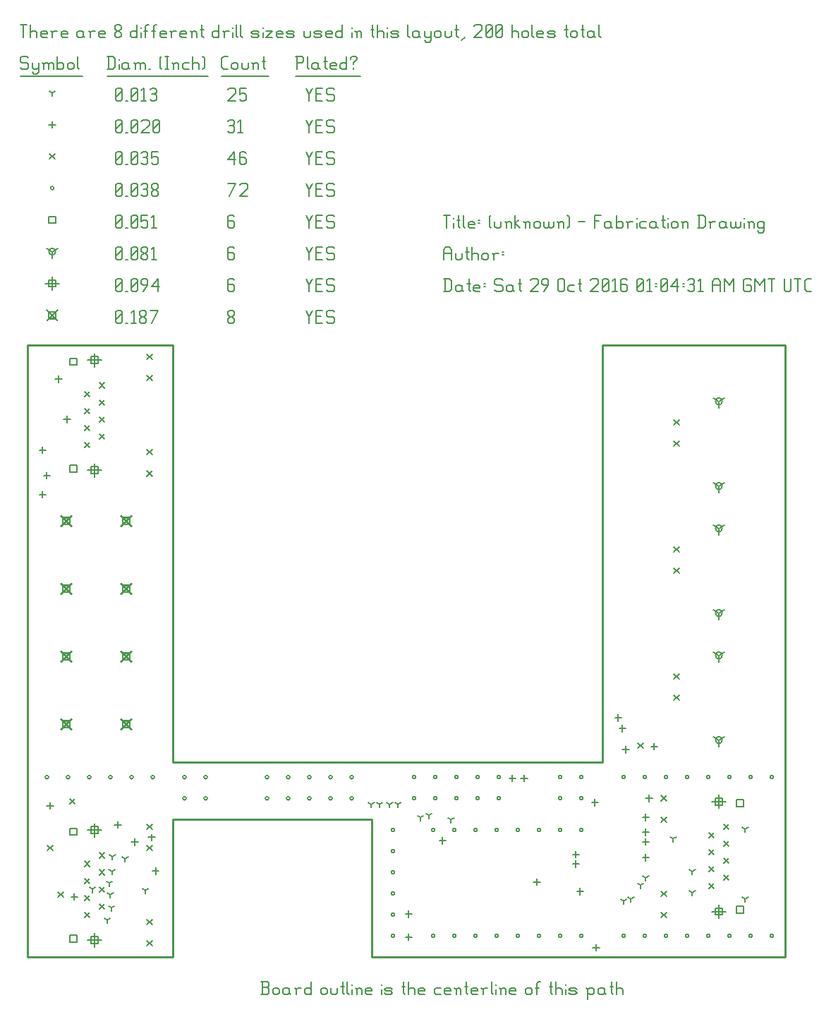
<source format=gbr>
G04 start of page 12 for group -3984 idx -3984 *
G04 Title: (unknown), fab *
G04 Creator: pcb 1.99z *
G04 CreationDate: Sat 29 Oct 2016 01:04:31 AM GMT UTC *
G04 For: commonadmin *
G04 Format: Gerber/RS-274X *
G04 PCB-Dimensions (mil): 4000.00 3000.00 *
G04 PCB-Coordinate-Origin: lower left *
%MOIN*%
%FSLAX25Y25*%
%LNFAB*%
%ADD113C,0.0100*%
%ADD112C,0.0075*%
%ADD111C,0.0060*%
%ADD110R,0.0080X0.0080*%
%ADD109C,0.0001*%
G54D109*G36*
X19254Y152997D02*X24619Y147631D01*
X24054Y147066D01*
X18688Y152431D01*
X19254Y152997D01*
G37*
G36*
X18688Y147631D02*X24054Y152997D01*
X24619Y152431D01*
X19254Y147066D01*
X18688Y147631D01*
G37*
G54D110*X20054Y151631D02*X23254D01*
X20054D02*Y148431D01*
X23254D01*
Y151631D02*Y148431D01*
G54D109*G36*
X47600Y152997D02*X52966Y147631D01*
X52400Y147066D01*
X47034Y152431D01*
X47600Y152997D01*
G37*
G36*
X47034Y147631D02*X52400Y152997D01*
X52966Y152431D01*
X47600Y147066D01*
X47034Y147631D01*
G37*
G54D110*X48400Y151631D02*X51600D01*
X48400D02*Y148431D01*
X51600D01*
Y151631D02*Y148431D01*
G54D109*G36*
X19254Y184997D02*X24619Y179631D01*
X24054Y179066D01*
X18688Y184431D01*
X19254Y184997D01*
G37*
G36*
X18688Y179631D02*X24054Y184997D01*
X24619Y184431D01*
X19254Y179066D01*
X18688Y179631D01*
G37*
G54D110*X20054Y183631D02*X23254D01*
X20054D02*Y180431D01*
X23254D01*
Y183631D02*Y180431D01*
G54D109*G36*
X47600Y184997D02*X52966Y179631D01*
X52400Y179066D01*
X47034Y184431D01*
X47600Y184997D01*
G37*
G36*
X47034Y179631D02*X52400Y184997D01*
X52966Y184431D01*
X47600Y179066D01*
X47034Y179631D01*
G37*
G54D110*X48400Y183631D02*X51600D01*
X48400D02*Y180431D01*
X51600D01*
Y183631D02*Y180431D01*
G54D109*G36*
X19254Y216997D02*X24619Y211631D01*
X24054Y211066D01*
X18688Y216431D01*
X19254Y216997D01*
G37*
G36*
X18688Y211631D02*X24054Y216997D01*
X24619Y216431D01*
X19254Y211066D01*
X18688Y211631D01*
G37*
G54D110*X20054Y215631D02*X23254D01*
X20054D02*Y212431D01*
X23254D01*
Y215631D02*Y212431D01*
G54D109*G36*
X47600Y216997D02*X52966Y211631D01*
X52400Y211066D01*
X47034Y216431D01*
X47600Y216997D01*
G37*
G36*
X47034Y211631D02*X52400Y216997D01*
X52966Y216431D01*
X47600Y211066D01*
X47034Y211631D01*
G37*
G54D110*X48400Y215631D02*X51600D01*
X48400D02*Y212431D01*
X51600D01*
Y215631D02*Y212431D01*
G54D109*G36*
X19254Y120997D02*X24619Y115631D01*
X24054Y115066D01*
X18688Y120431D01*
X19254Y120997D01*
G37*
G36*
X18688Y115631D02*X24054Y120997D01*
X24619Y120431D01*
X19254Y115066D01*
X18688Y115631D01*
G37*
G54D110*X20054Y119631D02*X23254D01*
X20054D02*Y116431D01*
X23254D01*
Y119631D02*Y116431D01*
G54D109*G36*
X47600Y120997D02*X52966Y115631D01*
X52400Y115066D01*
X47034Y120431D01*
X47600Y120997D01*
G37*
G36*
X47034Y115631D02*X52400Y120997D01*
X52966Y120431D01*
X47600Y115066D01*
X47034Y115631D01*
G37*
G54D110*X48400Y119631D02*X51600D01*
X48400D02*Y116431D01*
X51600D01*
Y119631D02*Y116431D01*
G54D109*G36*
X12600Y314216D02*X17966Y308850D01*
X17400Y308284D01*
X12034Y313650D01*
X12600Y314216D01*
G37*
G36*
X12034Y308850D02*X17400Y314216D01*
X17966Y313650D01*
X12600Y308284D01*
X12034Y308850D01*
G37*
G54D110*X13400Y312850D02*X16600D01*
X13400D02*Y309650D01*
X16600D01*
Y312850D02*Y309650D01*
G54D111*X135000Y313500D02*X136500Y310500D01*
X138000Y313500D01*
X136500Y310500D02*Y307500D01*
X139800Y310800D02*X142050D01*
X139800Y307500D02*X142800D01*
X139800Y313500D02*Y307500D01*
Y313500D02*X142800D01*
X147600D02*X148350Y312750D01*
X145350Y313500D02*X147600D01*
X144600Y312750D02*X145350Y313500D01*
X144600Y312750D02*Y311250D01*
X145350Y310500D01*
X147600D01*
X148350Y309750D01*
Y308250D01*
X147600Y307500D02*X148350Y308250D01*
X145350Y307500D02*X147600D01*
X144600Y308250D02*X145350Y307500D01*
X98000Y308250D02*X98750Y307500D01*
X98000Y309450D02*Y308250D01*
Y309450D02*X99050Y310500D01*
X99950D01*
X101000Y309450D01*
Y308250D01*
X100250Y307500D02*X101000Y308250D01*
X98750Y307500D02*X100250D01*
X98000Y311550D02*X99050Y310500D01*
X98000Y312750D02*Y311550D01*
Y312750D02*X98750Y313500D01*
X100250D01*
X101000Y312750D01*
Y311550D01*
X99950Y310500D02*X101000Y311550D01*
X45000Y308250D02*X45750Y307500D01*
X45000Y312750D02*Y308250D01*
Y312750D02*X45750Y313500D01*
X47250D01*
X48000Y312750D01*
Y308250D01*
X47250Y307500D02*X48000Y308250D01*
X45750Y307500D02*X47250D01*
X45000Y309000D02*X48000Y312000D01*
X49800Y307500D02*X50550D01*
X52350Y312300D02*X53550Y313500D01*
Y307500D01*
X52350D02*X54600D01*
X56400Y308250D02*X57150Y307500D01*
X56400Y309450D02*Y308250D01*
Y309450D02*X57450Y310500D01*
X58350D01*
X59400Y309450D01*
Y308250D01*
X58650Y307500D02*X59400Y308250D01*
X57150Y307500D02*X58650D01*
X56400Y311550D02*X57450Y310500D01*
X56400Y312750D02*Y311550D01*
Y312750D02*X57150Y313500D01*
X58650D01*
X59400Y312750D01*
Y311550D01*
X58350Y310500D02*X59400Y311550D01*
X61950Y307500D02*X64950Y313500D01*
X61200D02*X64950D01*
X35000Y293200D02*Y286800D01*
X31800Y290000D02*X38200D01*
X33400Y291600D02*X36600D01*
X33400D02*Y288400D01*
X36600D01*
Y291600D02*Y288400D01*
X35000Y241231D02*Y234831D01*
X31800Y238031D02*X38200D01*
X33400Y239631D02*X36600D01*
X33400D02*Y236431D01*
X36600D01*
Y239631D02*Y236431D01*
X330000Y32747D02*Y26347D01*
X326800Y29547D02*X333200D01*
X328400Y31147D02*X331600D01*
X328400D02*Y27947D01*
X331600D01*
Y31147D02*Y27947D01*
X330000Y84716D02*Y78316D01*
X326800Y81516D02*X333200D01*
X328400Y83116D02*X331600D01*
X328400D02*Y79916D01*
X331600D01*
Y83116D02*Y79916D01*
X35000Y71231D02*Y64831D01*
X31800Y68031D02*X38200D01*
X33400Y69631D02*X36600D01*
X33400D02*Y66431D01*
X36600D01*
Y69631D02*Y66431D01*
X35000Y19263D02*Y12863D01*
X31800Y16063D02*X38200D01*
X33400Y17663D02*X36600D01*
X33400D02*Y14463D01*
X36600D01*
Y17663D02*Y14463D01*
X15000Y329450D02*Y323050D01*
X11800Y326250D02*X18200D01*
X13400Y327850D02*X16600D01*
X13400D02*Y324650D01*
X16600D01*
Y327850D02*Y324650D01*
X135000Y328500D02*X136500Y325500D01*
X138000Y328500D01*
X136500Y325500D02*Y322500D01*
X139800Y325800D02*X142050D01*
X139800Y322500D02*X142800D01*
X139800Y328500D02*Y322500D01*
Y328500D02*X142800D01*
X147600D02*X148350Y327750D01*
X145350Y328500D02*X147600D01*
X144600Y327750D02*X145350Y328500D01*
X144600Y327750D02*Y326250D01*
X145350Y325500D01*
X147600D01*
X148350Y324750D01*
Y323250D01*
X147600Y322500D02*X148350Y323250D01*
X145350Y322500D02*X147600D01*
X144600Y323250D02*X145350Y322500D01*
X100250Y328500D02*X101000Y327750D01*
X98750Y328500D02*X100250D01*
X98000Y327750D02*X98750Y328500D01*
X98000Y327750D02*Y323250D01*
X98750Y322500D01*
X100250Y325800D02*X101000Y325050D01*
X98000Y325800D02*X100250D01*
X98750Y322500D02*X100250D01*
X101000Y323250D01*
Y325050D02*Y323250D01*
X45000D02*X45750Y322500D01*
X45000Y327750D02*Y323250D01*
Y327750D02*X45750Y328500D01*
X47250D01*
X48000Y327750D01*
Y323250D01*
X47250Y322500D02*X48000Y323250D01*
X45750Y322500D02*X47250D01*
X45000Y324000D02*X48000Y327000D01*
X49800Y322500D02*X50550D01*
X52350Y323250D02*X53100Y322500D01*
X52350Y327750D02*Y323250D01*
Y327750D02*X53100Y328500D01*
X54600D01*
X55350Y327750D01*
Y323250D01*
X54600Y322500D02*X55350Y323250D01*
X53100Y322500D02*X54600D01*
X52350Y324000D02*X55350Y327000D01*
X57900Y322500D02*X60150Y325500D01*
Y327750D02*Y325500D01*
X59400Y328500D02*X60150Y327750D01*
X57900Y328500D02*X59400D01*
X57150Y327750D02*X57900Y328500D01*
X57150Y327750D02*Y326250D01*
X57900Y325500D01*
X60150D01*
X61950Y324750D02*X64950Y328500D01*
X61950Y324750D02*X65700D01*
X64950Y328500D02*Y322500D01*
X330000Y270531D02*Y267331D01*
Y270531D02*X332773Y272131D01*
X330000Y270531D02*X327227Y272131D01*
X328400Y270531D02*G75*G03X331600Y270531I1600J0D01*G01*
G75*G03X328400Y270531I-1600J0D01*G01*
X330000Y230531D02*Y227331D01*
Y230531D02*X332773Y232131D01*
X330000Y230531D02*X327227Y232131D01*
X328400Y230531D02*G75*G03X331600Y230531I1600J0D01*G01*
G75*G03X328400Y230531I-1600J0D01*G01*
X330000Y210531D02*Y207331D01*
Y210531D02*X332773Y212131D01*
X330000Y210531D02*X327227Y212131D01*
X328400Y210531D02*G75*G03X331600Y210531I1600J0D01*G01*
G75*G03X328400Y210531I-1600J0D01*G01*
X330000Y170531D02*Y167331D01*
Y170531D02*X332773Y172131D01*
X330000Y170531D02*X327227Y172131D01*
X328400Y170531D02*G75*G03X331600Y170531I1600J0D01*G01*
G75*G03X328400Y170531I-1600J0D01*G01*
X330000Y150531D02*Y147331D01*
Y150531D02*X332773Y152131D01*
X330000Y150531D02*X327227Y152131D01*
X328400Y150531D02*G75*G03X331600Y150531I1600J0D01*G01*
G75*G03X328400Y150531I-1600J0D01*G01*
X330000Y110531D02*Y107331D01*
Y110531D02*X332773Y112131D01*
X330000Y110531D02*X327227Y112131D01*
X328400Y110531D02*G75*G03X331600Y110531I1600J0D01*G01*
G75*G03X328400Y110531I-1600J0D01*G01*
X15000Y341250D02*Y338050D01*
Y341250D02*X17773Y342850D01*
X15000Y341250D02*X12227Y342850D01*
X13400Y341250D02*G75*G03X16600Y341250I1600J0D01*G01*
G75*G03X13400Y341250I-1600J0D01*G01*
X135000Y343500D02*X136500Y340500D01*
X138000Y343500D01*
X136500Y340500D02*Y337500D01*
X139800Y340800D02*X142050D01*
X139800Y337500D02*X142800D01*
X139800Y343500D02*Y337500D01*
Y343500D02*X142800D01*
X147600D02*X148350Y342750D01*
X145350Y343500D02*X147600D01*
X144600Y342750D02*X145350Y343500D01*
X144600Y342750D02*Y341250D01*
X145350Y340500D01*
X147600D01*
X148350Y339750D01*
Y338250D01*
X147600Y337500D02*X148350Y338250D01*
X145350Y337500D02*X147600D01*
X144600Y338250D02*X145350Y337500D01*
X100250Y343500D02*X101000Y342750D01*
X98750Y343500D02*X100250D01*
X98000Y342750D02*X98750Y343500D01*
X98000Y342750D02*Y338250D01*
X98750Y337500D01*
X100250Y340800D02*X101000Y340050D01*
X98000Y340800D02*X100250D01*
X98750Y337500D02*X100250D01*
X101000Y338250D01*
Y340050D02*Y338250D01*
X45000D02*X45750Y337500D01*
X45000Y342750D02*Y338250D01*
Y342750D02*X45750Y343500D01*
X47250D01*
X48000Y342750D01*
Y338250D01*
X47250Y337500D02*X48000Y338250D01*
X45750Y337500D02*X47250D01*
X45000Y339000D02*X48000Y342000D01*
X49800Y337500D02*X50550D01*
X52350Y338250D02*X53100Y337500D01*
X52350Y342750D02*Y338250D01*
Y342750D02*X53100Y343500D01*
X54600D01*
X55350Y342750D01*
Y338250D01*
X54600Y337500D02*X55350Y338250D01*
X53100Y337500D02*X54600D01*
X52350Y339000D02*X55350Y342000D01*
X57150Y338250D02*X57900Y337500D01*
X57150Y339450D02*Y338250D01*
Y339450D02*X58200Y340500D01*
X59100D01*
X60150Y339450D01*
Y338250D01*
X59400Y337500D02*X60150Y338250D01*
X57900Y337500D02*X59400D01*
X57150Y341550D02*X58200Y340500D01*
X57150Y342750D02*Y341550D01*
Y342750D02*X57900Y343500D01*
X59400D01*
X60150Y342750D01*
Y341550D01*
X59100Y340500D02*X60150Y341550D01*
X61950Y342300D02*X63150Y343500D01*
Y337500D01*
X61950D02*X64200D01*
X23361Y240419D02*X26561D01*
X23361D02*Y237219D01*
X26561D01*
Y240419D02*Y237219D01*
X23361Y290813D02*X26561D01*
X23361D02*Y287613D01*
X26561D01*
Y290813D02*Y287613D01*
X338439Y82328D02*X341639D01*
X338439D02*Y79128D01*
X341639D01*
Y82328D02*Y79128D01*
X338439Y31935D02*X341639D01*
X338439D02*Y28735D01*
X341639D01*
Y31935D02*Y28735D01*
X23361Y18450D02*X26561D01*
X23361D02*Y15250D01*
X26561D01*
Y18450D02*Y15250D01*
X23361Y68844D02*X26561D01*
X23361D02*Y65644D01*
X26561D01*
Y68844D02*Y65644D01*
X13400Y357850D02*X16600D01*
X13400D02*Y354650D01*
X16600D01*
Y357850D02*Y354650D01*
X135000Y358500D02*X136500Y355500D01*
X138000Y358500D01*
X136500Y355500D02*Y352500D01*
X139800Y355800D02*X142050D01*
X139800Y352500D02*X142800D01*
X139800Y358500D02*Y352500D01*
Y358500D02*X142800D01*
X147600D02*X148350Y357750D01*
X145350Y358500D02*X147600D01*
X144600Y357750D02*X145350Y358500D01*
X144600Y357750D02*Y356250D01*
X145350Y355500D01*
X147600D01*
X148350Y354750D01*
Y353250D01*
X147600Y352500D02*X148350Y353250D01*
X145350Y352500D02*X147600D01*
X144600Y353250D02*X145350Y352500D01*
X100250Y358500D02*X101000Y357750D01*
X98750Y358500D02*X100250D01*
X98000Y357750D02*X98750Y358500D01*
X98000Y357750D02*Y353250D01*
X98750Y352500D01*
X100250Y355800D02*X101000Y355050D01*
X98000Y355800D02*X100250D01*
X98750Y352500D02*X100250D01*
X101000Y353250D01*
Y355050D02*Y353250D01*
X45000D02*X45750Y352500D01*
X45000Y357750D02*Y353250D01*
Y357750D02*X45750Y358500D01*
X47250D01*
X48000Y357750D01*
Y353250D01*
X47250Y352500D02*X48000Y353250D01*
X45750Y352500D02*X47250D01*
X45000Y354000D02*X48000Y357000D01*
X49800Y352500D02*X50550D01*
X52350Y353250D02*X53100Y352500D01*
X52350Y357750D02*Y353250D01*
Y357750D02*X53100Y358500D01*
X54600D01*
X55350Y357750D01*
Y353250D01*
X54600Y352500D02*X55350Y353250D01*
X53100Y352500D02*X54600D01*
X52350Y354000D02*X55350Y357000D01*
X57150Y358500D02*X60150D01*
X57150D02*Y355500D01*
X57900Y356250D01*
X59400D01*
X60150Y355500D01*
Y353250D01*
X59400Y352500D02*X60150Y353250D01*
X57900Y352500D02*X59400D01*
X57150Y353250D02*X57900Y352500D01*
X61950Y357300D02*X63150Y358500D01*
Y352500D01*
X61950D02*X64200D01*
X254200Y93031D02*G75*G03X255800Y93031I800J0D01*G01*
G75*G03X254200Y93031I-800J0D01*G01*
Y83031D02*G75*G03X255800Y83031I800J0D01*G01*
G75*G03X254200Y83031I-800J0D01*G01*
X264200D02*G75*G03X265800Y83031I800J0D01*G01*
G75*G03X264200Y83031I-800J0D01*G01*
Y93031D02*G75*G03X265800Y93031I800J0D01*G01*
G75*G03X264200Y93031I-800J0D01*G01*
X76700D02*G75*G03X78300Y93031I800J0D01*G01*
G75*G03X76700Y93031I-800J0D01*G01*
Y83031D02*G75*G03X78300Y83031I800J0D01*G01*
G75*G03X76700Y83031I-800J0D01*G01*
X86700D02*G75*G03X88300Y83031I800J0D01*G01*
G75*G03X86700Y83031I-800J0D01*G01*
Y93031D02*G75*G03X88300Y93031I800J0D01*G01*
G75*G03X86700Y93031I-800J0D01*G01*
X11700D02*G75*G03X13300Y93031I800J0D01*G01*
G75*G03X11700Y93031I-800J0D01*G01*
X21700D02*G75*G03X23300Y93031I800J0D01*G01*
G75*G03X21700Y93031I-800J0D01*G01*
X31700D02*G75*G03X33300Y93031I800J0D01*G01*
G75*G03X31700Y93031I-800J0D01*G01*
X41700D02*G75*G03X43300Y93031I800J0D01*G01*
G75*G03X41700Y93031I-800J0D01*G01*
X51700D02*G75*G03X53300Y93031I800J0D01*G01*
G75*G03X51700Y93031I-800J0D01*G01*
X61700D02*G75*G03X63300Y93031I800J0D01*G01*
G75*G03X61700Y93031I-800J0D01*G01*
X185200Y83031D02*G75*G03X186800Y83031I800J0D01*G01*
G75*G03X185200Y83031I-800J0D01*G01*
Y93031D02*G75*G03X186800Y93031I800J0D01*G01*
G75*G03X185200Y93031I-800J0D01*G01*
X195200Y83031D02*G75*G03X196800Y83031I800J0D01*G01*
G75*G03X195200Y83031I-800J0D01*G01*
Y93031D02*G75*G03X196800Y93031I800J0D01*G01*
G75*G03X195200Y93031I-800J0D01*G01*
X205200Y83031D02*G75*G03X206800Y83031I800J0D01*G01*
G75*G03X205200Y83031I-800J0D01*G01*
Y93031D02*G75*G03X206800Y93031I800J0D01*G01*
G75*G03X205200Y93031I-800J0D01*G01*
X215200Y83031D02*G75*G03X216800Y83031I800J0D01*G01*
G75*G03X215200Y83031I-800J0D01*G01*
Y93031D02*G75*G03X216800Y93031I800J0D01*G01*
G75*G03X215200Y93031I-800J0D01*G01*
X225200Y83031D02*G75*G03X226800Y83031I800J0D01*G01*
G75*G03X225200Y83031I-800J0D01*G01*
Y93031D02*G75*G03X226800Y93031I800J0D01*G01*
G75*G03X225200Y93031I-800J0D01*G01*
X115700Y83031D02*G75*G03X117300Y83031I800J0D01*G01*
G75*G03X115700Y83031I-800J0D01*G01*
Y93031D02*G75*G03X117300Y93031I800J0D01*G01*
G75*G03X115700Y93031I-800J0D01*G01*
X125700Y83031D02*G75*G03X127300Y83031I800J0D01*G01*
G75*G03X125700Y83031I-800J0D01*G01*
Y93031D02*G75*G03X127300Y93031I800J0D01*G01*
G75*G03X125700Y93031I-800J0D01*G01*
X135700Y83031D02*G75*G03X137300Y83031I800J0D01*G01*
G75*G03X135700Y83031I-800J0D01*G01*
Y93031D02*G75*G03X137300Y93031I800J0D01*G01*
G75*G03X135700Y93031I-800J0D01*G01*
X145700Y83031D02*G75*G03X147300Y83031I800J0D01*G01*
G75*G03X145700Y83031I-800J0D01*G01*
Y93031D02*G75*G03X147300Y93031I800J0D01*G01*
G75*G03X145700Y93031I-800J0D01*G01*
X155700Y83031D02*G75*G03X157300Y83031I800J0D01*G01*
G75*G03X155700Y83031I-800J0D01*G01*
Y93031D02*G75*G03X157300Y93031I800J0D01*G01*
G75*G03X155700Y93031I-800J0D01*G01*
X354200Y18031D02*G75*G03X355800Y18031I800J0D01*G01*
G75*G03X354200Y18031I-800J0D01*G01*
X344200D02*G75*G03X345800Y18031I800J0D01*G01*
G75*G03X344200Y18031I-800J0D01*G01*
X334200D02*G75*G03X335800Y18031I800J0D01*G01*
G75*G03X334200Y18031I-800J0D01*G01*
X324200D02*G75*G03X325800Y18031I800J0D01*G01*
G75*G03X324200Y18031I-800J0D01*G01*
X314200D02*G75*G03X315800Y18031I800J0D01*G01*
G75*G03X314200Y18031I-800J0D01*G01*
X304200D02*G75*G03X305800Y18031I800J0D01*G01*
G75*G03X304200Y18031I-800J0D01*G01*
X294200D02*G75*G03X295800Y18031I800J0D01*G01*
G75*G03X294200Y18031I-800J0D01*G01*
X284200D02*G75*G03X285800Y18031I800J0D01*G01*
G75*G03X284200Y18031I-800J0D01*G01*
X354200Y93031D02*G75*G03X355800Y93031I800J0D01*G01*
G75*G03X354200Y93031I-800J0D01*G01*
X344200D02*G75*G03X345800Y93031I800J0D01*G01*
G75*G03X344200Y93031I-800J0D01*G01*
X334200D02*G75*G03X335800Y93031I800J0D01*G01*
G75*G03X334200Y93031I-800J0D01*G01*
X324200D02*G75*G03X325800Y93031I800J0D01*G01*
G75*G03X324200Y93031I-800J0D01*G01*
X314200D02*G75*G03X315800Y93031I800J0D01*G01*
G75*G03X314200Y93031I-800J0D01*G01*
X304200D02*G75*G03X305800Y93031I800J0D01*G01*
G75*G03X304200Y93031I-800J0D01*G01*
X294200D02*G75*G03X295800Y93031I800J0D01*G01*
G75*G03X294200Y93031I-800J0D01*G01*
X284200D02*G75*G03X285800Y93031I800J0D01*G01*
G75*G03X284200Y93031I-800J0D01*G01*
X264200Y18031D02*G75*G03X265800Y18031I800J0D01*G01*
G75*G03X264200Y18031I-800J0D01*G01*
X254200D02*G75*G03X255800Y18031I800J0D01*G01*
G75*G03X254200Y18031I-800J0D01*G01*
X244200D02*G75*G03X245800Y18031I800J0D01*G01*
G75*G03X244200Y18031I-800J0D01*G01*
X234200D02*G75*G03X235800Y18031I800J0D01*G01*
G75*G03X234200Y18031I-800J0D01*G01*
X224200D02*G75*G03X225800Y18031I800J0D01*G01*
G75*G03X224200Y18031I-800J0D01*G01*
X214200D02*G75*G03X215800Y18031I800J0D01*G01*
G75*G03X214200Y18031I-800J0D01*G01*
X204200D02*G75*G03X205800Y18031I800J0D01*G01*
G75*G03X204200Y18031I-800J0D01*G01*
X194200D02*G75*G03X195800Y18031I800J0D01*G01*
G75*G03X194200Y18031I-800J0D01*G01*
X264200Y68031D02*G75*G03X265800Y68031I800J0D01*G01*
G75*G03X264200Y68031I-800J0D01*G01*
X254200D02*G75*G03X255800Y68031I800J0D01*G01*
G75*G03X254200Y68031I-800J0D01*G01*
X244200D02*G75*G03X245800Y68031I800J0D01*G01*
G75*G03X244200Y68031I-800J0D01*G01*
X234200D02*G75*G03X235800Y68031I800J0D01*G01*
G75*G03X234200Y68031I-800J0D01*G01*
X224200D02*G75*G03X225800Y68031I800J0D01*G01*
G75*G03X224200Y68031I-800J0D01*G01*
X214200D02*G75*G03X215800Y68031I800J0D01*G01*
G75*G03X214200Y68031I-800J0D01*G01*
X204200D02*G75*G03X205800Y68031I800J0D01*G01*
G75*G03X204200Y68031I-800J0D01*G01*
X194200D02*G75*G03X195800Y68031I800J0D01*G01*
G75*G03X194200Y68031I-800J0D01*G01*
X175200D02*G75*G03X176800Y68031I800J0D01*G01*
G75*G03X175200Y68031I-800J0D01*G01*
Y58031D02*G75*G03X176800Y58031I800J0D01*G01*
G75*G03X175200Y58031I-800J0D01*G01*
Y48031D02*G75*G03X176800Y48031I800J0D01*G01*
G75*G03X175200Y48031I-800J0D01*G01*
Y38031D02*G75*G03X176800Y38031I800J0D01*G01*
G75*G03X175200Y38031I-800J0D01*G01*
Y28031D02*G75*G03X176800Y28031I800J0D01*G01*
G75*G03X175200Y28031I-800J0D01*G01*
Y18031D02*G75*G03X176800Y18031I800J0D01*G01*
G75*G03X175200Y18031I-800J0D01*G01*
X14200Y371250D02*G75*G03X15800Y371250I800J0D01*G01*
G75*G03X14200Y371250I-800J0D01*G01*
X135000Y373500D02*X136500Y370500D01*
X138000Y373500D01*
X136500Y370500D02*Y367500D01*
X139800Y370800D02*X142050D01*
X139800Y367500D02*X142800D01*
X139800Y373500D02*Y367500D01*
Y373500D02*X142800D01*
X147600D02*X148350Y372750D01*
X145350Y373500D02*X147600D01*
X144600Y372750D02*X145350Y373500D01*
X144600Y372750D02*Y371250D01*
X145350Y370500D01*
X147600D01*
X148350Y369750D01*
Y368250D01*
X147600Y367500D02*X148350Y368250D01*
X145350Y367500D02*X147600D01*
X144600Y368250D02*X145350Y367500D01*
X98750D02*X101750Y373500D01*
X98000D02*X101750D01*
X103550Y372750D02*X104300Y373500D01*
X106550D01*
X107300Y372750D01*
Y371250D01*
X103550Y367500D02*X107300Y371250D01*
X103550Y367500D02*X107300D01*
X45000Y368250D02*X45750Y367500D01*
X45000Y372750D02*Y368250D01*
Y372750D02*X45750Y373500D01*
X47250D01*
X48000Y372750D01*
Y368250D01*
X47250Y367500D02*X48000Y368250D01*
X45750Y367500D02*X47250D01*
X45000Y369000D02*X48000Y372000D01*
X49800Y367500D02*X50550D01*
X52350Y368250D02*X53100Y367500D01*
X52350Y372750D02*Y368250D01*
Y372750D02*X53100Y373500D01*
X54600D01*
X55350Y372750D01*
Y368250D01*
X54600Y367500D02*X55350Y368250D01*
X53100Y367500D02*X54600D01*
X52350Y369000D02*X55350Y372000D01*
X57150Y372750D02*X57900Y373500D01*
X59400D01*
X60150Y372750D01*
X59400Y367500D02*X60150Y368250D01*
X57900Y367500D02*X59400D01*
X57150Y368250D02*X57900Y367500D01*
Y370800D02*X59400D01*
X60150Y372750D02*Y371550D01*
Y370050D02*Y368250D01*
Y370050D02*X59400Y370800D01*
X60150Y371550D02*X59400Y370800D01*
X61950Y368250D02*X62700Y367500D01*
X61950Y369450D02*Y368250D01*
Y369450D02*X63000Y370500D01*
X63900D01*
X64950Y369450D01*
Y368250D01*
X64200Y367500D02*X64950Y368250D01*
X62700Y367500D02*X64200D01*
X61950Y371550D02*X63000Y370500D01*
X61950Y372750D02*Y371550D01*
Y372750D02*X62700Y373500D01*
X64200D01*
X64950Y372750D01*
Y371550D01*
X63900Y370500D02*X64950Y371550D01*
X308800Y251731D02*X311200Y249331D01*
X308800D02*X311200Y251731D01*
X308800Y261731D02*X311200Y259331D01*
X308800D02*X311200Y261731D01*
X308800Y191731D02*X311200Y189331D01*
X308800D02*X311200Y191731D01*
X308800Y201731D02*X311200Y199331D01*
X308800D02*X311200Y201731D01*
X308800Y131731D02*X311200Y129331D01*
X308800D02*X311200Y131731D01*
X308800Y141731D02*X311200Y139331D01*
X308800D02*X311200Y141731D01*
X12800Y60731D02*X15200Y58331D01*
X12800D02*X15200Y60731D01*
X17800Y38731D02*X20200Y36331D01*
X17800D02*X20200Y38731D01*
X23300Y82731D02*X25700Y80331D01*
X23300D02*X25700Y82731D01*
X291800Y109231D02*X294200Y106831D01*
X291800D02*X294200Y109231D01*
X59784Y282735D02*X62184Y280335D01*
X59784D02*X62184Y282735D01*
X59784Y247696D02*X62184Y245296D01*
X59784D02*X62184Y247696D01*
X59784Y292775D02*X62184Y290375D01*
X59784D02*X62184Y292775D01*
X59784Y237657D02*X62184Y235257D01*
X59784D02*X62184Y237657D01*
X37343Y279271D02*X39743Y276871D01*
X37343D02*X39743Y279271D01*
X37343Y271239D02*X39743Y268839D01*
X37343D02*X39743Y271239D01*
X37343Y255176D02*X39743Y252776D01*
X37343D02*X39743Y255176D01*
X37343Y263208D02*X39743Y260808D01*
X37343D02*X39743Y263208D01*
X30257Y251161D02*X32657Y248761D01*
X30257D02*X32657Y251161D01*
X30257Y259192D02*X32657Y256792D01*
X30257D02*X32657Y259192D01*
X30257Y275255D02*X32657Y272855D01*
X30257D02*X32657Y275255D01*
X30257Y267224D02*X32657Y264824D01*
X30257D02*X32657Y267224D01*
X302816Y39212D02*X305216Y36812D01*
X302816D02*X305216Y39212D01*
X302816Y74251D02*X305216Y71851D01*
X302816D02*X305216Y74251D01*
X302816Y29172D02*X305216Y26772D01*
X302816D02*X305216Y29172D01*
X302816Y84291D02*X305216Y81891D01*
X302816D02*X305216Y84291D01*
X325257Y42676D02*X327657Y40276D01*
X325257D02*X327657Y42676D01*
X325257Y50708D02*X327657Y48308D01*
X325257D02*X327657Y50708D01*
X325257Y66771D02*X327657Y64371D01*
X325257D02*X327657Y66771D01*
X325257Y58739D02*X327657Y56339D01*
X325257D02*X327657Y58739D01*
X332343Y70787D02*X334743Y68387D01*
X332343D02*X334743Y70787D01*
X332343Y62755D02*X334743Y60355D01*
X332343D02*X334743Y62755D01*
X332343Y46692D02*X334743Y44292D01*
X332343D02*X334743Y46692D01*
X332343Y54724D02*X334743Y52324D01*
X332343D02*X334743Y54724D01*
X59784Y60767D02*X62184Y58367D01*
X59784D02*X62184Y60767D01*
X59784Y25728D02*X62184Y23328D01*
X59784D02*X62184Y25728D01*
X59784Y70806D02*X62184Y68406D01*
X59784D02*X62184Y70806D01*
X59784Y15688D02*X62184Y13288D01*
X59784D02*X62184Y15688D01*
X37343Y57302D02*X39743Y54902D01*
X37343D02*X39743Y57302D01*
X37343Y49271D02*X39743Y46871D01*
X37343D02*X39743Y49271D01*
X37343Y33208D02*X39743Y30808D01*
X37343D02*X39743Y33208D01*
X37343Y41239D02*X39743Y38839D01*
X37343D02*X39743Y41239D01*
X30257Y29192D02*X32657Y26792D01*
X30257D02*X32657Y29192D01*
X30257Y37224D02*X32657Y34824D01*
X30257D02*X32657Y37224D01*
X30257Y53287D02*X32657Y50887D01*
X30257D02*X32657Y53287D01*
X30257Y45255D02*X32657Y42855D01*
X30257D02*X32657Y45255D01*
X13800Y387450D02*X16200Y385050D01*
X13800D02*X16200Y387450D01*
X135000Y388500D02*X136500Y385500D01*
X138000Y388500D01*
X136500Y385500D02*Y382500D01*
X139800Y385800D02*X142050D01*
X139800Y382500D02*X142800D01*
X139800Y388500D02*Y382500D01*
Y388500D02*X142800D01*
X147600D02*X148350Y387750D01*
X145350Y388500D02*X147600D01*
X144600Y387750D02*X145350Y388500D01*
X144600Y387750D02*Y386250D01*
X145350Y385500D01*
X147600D01*
X148350Y384750D01*
Y383250D01*
X147600Y382500D02*X148350Y383250D01*
X145350Y382500D02*X147600D01*
X144600Y383250D02*X145350Y382500D01*
X98000Y384750D02*X101000Y388500D01*
X98000Y384750D02*X101750D01*
X101000Y388500D02*Y382500D01*
X105800Y388500D02*X106550Y387750D01*
X104300Y388500D02*X105800D01*
X103550Y387750D02*X104300Y388500D01*
X103550Y387750D02*Y383250D01*
X104300Y382500D01*
X105800Y385800D02*X106550Y385050D01*
X103550Y385800D02*X105800D01*
X104300Y382500D02*X105800D01*
X106550Y383250D01*
Y385050D02*Y383250D01*
X45000D02*X45750Y382500D01*
X45000Y387750D02*Y383250D01*
Y387750D02*X45750Y388500D01*
X47250D01*
X48000Y387750D01*
Y383250D01*
X47250Y382500D02*X48000Y383250D01*
X45750Y382500D02*X47250D01*
X45000Y384000D02*X48000Y387000D01*
X49800Y382500D02*X50550D01*
X52350Y383250D02*X53100Y382500D01*
X52350Y387750D02*Y383250D01*
Y387750D02*X53100Y388500D01*
X54600D01*
X55350Y387750D01*
Y383250D01*
X54600Y382500D02*X55350Y383250D01*
X53100Y382500D02*X54600D01*
X52350Y384000D02*X55350Y387000D01*
X57150Y387750D02*X57900Y388500D01*
X59400D01*
X60150Y387750D01*
X59400Y382500D02*X60150Y383250D01*
X57900Y382500D02*X59400D01*
X57150Y383250D02*X57900Y382500D01*
Y385800D02*X59400D01*
X60150Y387750D02*Y386550D01*
Y385050D02*Y383250D01*
Y385050D02*X59400Y385800D01*
X60150Y386550D02*X59400Y385800D01*
X61950Y388500D02*X64950D01*
X61950D02*Y385500D01*
X62700Y386250D01*
X64200D01*
X64950Y385500D01*
Y383250D01*
X64200Y382500D02*X64950Y383250D01*
X62700Y382500D02*X64200D01*
X61950Y383250D02*X62700Y382500D01*
X25500Y38131D02*Y34931D01*
X23900Y36531D02*X27100D01*
X22000Y263631D02*Y260431D01*
X20400Y262031D02*X23600D01*
X10500Y228131D02*Y224931D01*
X8900Y226531D02*X12100D01*
X12500Y237131D02*Y233931D01*
X10900Y235531D02*X14100D01*
X10500Y249131D02*Y245931D01*
X8900Y247531D02*X12100D01*
X14000Y81131D02*Y77931D01*
X12400Y79531D02*X15600D01*
X46000Y72131D02*Y68931D01*
X44400Y70531D02*X47600D01*
X54000Y64046D02*Y60846D01*
X52400Y62446D02*X55600D01*
X18000Y282631D02*Y279431D01*
X16400Y281031D02*X19600D01*
X62100Y66231D02*Y63031D01*
X60500Y64631D02*X63700D01*
X63900Y50431D02*Y47231D01*
X62300Y48831D02*X65500D01*
X183500Y30046D02*Y26846D01*
X181900Y28446D02*X185100D01*
X272000Y14131D02*Y10931D01*
X270400Y12531D02*X273600D01*
X183500Y19131D02*Y15931D01*
X181900Y17531D02*X185100D01*
X297000Y84631D02*Y81431D01*
X295400Y83031D02*X298600D01*
X271500Y82631D02*Y79431D01*
X269900Y81031D02*X273100D01*
X199500Y64631D02*Y61431D01*
X197900Y63031D02*X201100D01*
X286000Y107631D02*Y104431D01*
X284400Y106031D02*X287600D01*
X299500Y109131D02*Y105931D01*
X297900Y107531D02*X301100D01*
X284500Y117631D02*Y114431D01*
X282900Y116031D02*X286100D01*
X282500Y122631D02*Y119431D01*
X280900Y121031D02*X284100D01*
X232500Y94131D02*Y90931D01*
X230900Y92531D02*X234100D01*
X238000Y94131D02*Y90931D01*
X236400Y92531D02*X239600D01*
X264500Y40631D02*Y37431D01*
X262900Y39031D02*X266100D01*
X244000Y45131D02*Y41931D01*
X242400Y43531D02*X245600D01*
X295500Y64131D02*Y60931D01*
X293900Y62531D02*X297100D01*
X295500Y68631D02*Y65431D01*
X293900Y67031D02*X297100D01*
X295500Y75631D02*Y72431D01*
X293900Y74031D02*X297100D01*
X295500Y56631D02*Y53431D01*
X293900Y55031D02*X297100D01*
X262500Y58131D02*Y54931D01*
X260900Y56531D02*X264100D01*
X262500Y53631D02*Y50431D01*
X260900Y52031D02*X264100D01*
X15000Y402850D02*Y399650D01*
X13400Y401250D02*X16600D01*
X135000Y403500D02*X136500Y400500D01*
X138000Y403500D01*
X136500Y400500D02*Y397500D01*
X139800Y400800D02*X142050D01*
X139800Y397500D02*X142800D01*
X139800Y403500D02*Y397500D01*
Y403500D02*X142800D01*
X147600D02*X148350Y402750D01*
X145350Y403500D02*X147600D01*
X144600Y402750D02*X145350Y403500D01*
X144600Y402750D02*Y401250D01*
X145350Y400500D01*
X147600D01*
X148350Y399750D01*
Y398250D01*
X147600Y397500D02*X148350Y398250D01*
X145350Y397500D02*X147600D01*
X144600Y398250D02*X145350Y397500D01*
X98000Y402750D02*X98750Y403500D01*
X100250D01*
X101000Y402750D01*
X100250Y397500D02*X101000Y398250D01*
X98750Y397500D02*X100250D01*
X98000Y398250D02*X98750Y397500D01*
Y400800D02*X100250D01*
X101000Y402750D02*Y401550D01*
Y400050D02*Y398250D01*
Y400050D02*X100250Y400800D01*
X101000Y401550D02*X100250Y400800D01*
X102800Y402300D02*X104000Y403500D01*
Y397500D01*
X102800D02*X105050D01*
X45000Y398250D02*X45750Y397500D01*
X45000Y402750D02*Y398250D01*
Y402750D02*X45750Y403500D01*
X47250D01*
X48000Y402750D01*
Y398250D01*
X47250Y397500D02*X48000Y398250D01*
X45750Y397500D02*X47250D01*
X45000Y399000D02*X48000Y402000D01*
X49800Y397500D02*X50550D01*
X52350Y398250D02*X53100Y397500D01*
X52350Y402750D02*Y398250D01*
Y402750D02*X53100Y403500D01*
X54600D01*
X55350Y402750D01*
Y398250D01*
X54600Y397500D02*X55350Y398250D01*
X53100Y397500D02*X54600D01*
X52350Y399000D02*X55350Y402000D01*
X57150Y402750D02*X57900Y403500D01*
X60150D01*
X60900Y402750D01*
Y401250D01*
X57150Y397500D02*X60900Y401250D01*
X57150Y397500D02*X60900D01*
X62700Y398250D02*X63450Y397500D01*
X62700Y402750D02*Y398250D01*
Y402750D02*X63450Y403500D01*
X64950D01*
X65700Y402750D01*
Y398250D01*
X64950Y397500D02*X65700Y398250D01*
X63450Y397500D02*X64950D01*
X62700Y399000D02*X65700Y402000D01*
X59000Y39531D02*Y37931D01*
Y39531D02*X60387Y40331D01*
X59000Y39531D02*X57613Y40331D01*
X49500Y54531D02*Y52931D01*
Y54531D02*X50887Y55331D01*
X49500Y54531D02*X48113Y55331D01*
X43500Y55531D02*Y53931D01*
Y55531D02*X44887Y56331D01*
X43500Y55531D02*X42113Y56331D01*
X41000Y25531D02*Y23931D01*
Y25531D02*X42387Y26331D01*
X41000Y25531D02*X39613Y26331D01*
X42000Y43031D02*Y41431D01*
Y43031D02*X43387Y43831D01*
X42000Y43031D02*X40613Y43831D01*
X43100Y31331D02*Y29731D01*
Y31331D02*X44487Y32131D01*
X43100Y31331D02*X41713Y32131D01*
X42500Y37531D02*Y35931D01*
Y37531D02*X43887Y38331D01*
X42500Y37531D02*X41113Y38331D01*
X33900Y40131D02*Y38531D01*
Y40131D02*X35287Y40931D01*
X33900Y40131D02*X32513Y40931D01*
X43200Y48531D02*Y46931D01*
Y48531D02*X44587Y49331D01*
X43200Y48531D02*X41813Y49331D01*
X342500Y35531D02*Y33931D01*
Y35531D02*X343887Y36331D01*
X342500Y35531D02*X341113Y36331D01*
X342500Y68531D02*Y66931D01*
Y68531D02*X343887Y69331D01*
X342500Y68531D02*X341113Y69331D01*
X308500Y64031D02*Y62431D01*
Y64031D02*X309887Y64831D01*
X308500Y64031D02*X307113Y64831D01*
X317500Y38531D02*Y36931D01*
Y38531D02*X318887Y39331D01*
X317500Y38531D02*X316113Y39331D01*
X317500Y48531D02*Y46931D01*
Y48531D02*X318887Y49331D01*
X317500Y48531D02*X316113Y49331D01*
X288500Y35531D02*Y33931D01*
Y35531D02*X289887Y36331D01*
X288500Y35531D02*X287113Y36331D01*
X285000Y34531D02*Y32931D01*
Y34531D02*X286387Y35331D01*
X285000Y34531D02*X283613Y35331D01*
X293000Y42031D02*Y40431D01*
Y42031D02*X294387Y42831D01*
X293000Y42031D02*X291613Y42831D01*
X295500Y45531D02*Y43931D01*
Y45531D02*X296887Y46331D01*
X295500Y45531D02*X294113Y46331D01*
X169700Y80231D02*Y78631D01*
Y80231D02*X171087Y81031D01*
X169700Y80231D02*X168313Y81031D01*
X165800Y80231D02*Y78631D01*
Y80231D02*X167187Y81031D01*
X165800Y80231D02*X164413Y81031D01*
X178400Y80231D02*Y78631D01*
Y80231D02*X179787Y81031D01*
X178400Y80231D02*X177013Y81031D01*
X174500Y80231D02*Y78631D01*
Y80231D02*X175887Y81031D01*
X174500Y80231D02*X173113Y81031D01*
X189000Y74031D02*Y72431D01*
Y74031D02*X190387Y74831D01*
X189000Y74031D02*X187613Y74831D01*
X203500Y73031D02*Y71431D01*
Y73031D02*X204887Y73831D01*
X203500Y73031D02*X202113Y73831D01*
X193000Y75031D02*Y73431D01*
Y75031D02*X194387Y75831D01*
X193000Y75031D02*X191613Y75831D01*
X15000Y416250D02*Y414650D01*
Y416250D02*X16387Y417050D01*
X15000Y416250D02*X13613Y417050D01*
X135000Y418500D02*X136500Y415500D01*
X138000Y418500D01*
X136500Y415500D02*Y412500D01*
X139800Y415800D02*X142050D01*
X139800Y412500D02*X142800D01*
X139800Y418500D02*Y412500D01*
Y418500D02*X142800D01*
X147600D02*X148350Y417750D01*
X145350Y418500D02*X147600D01*
X144600Y417750D02*X145350Y418500D01*
X144600Y417750D02*Y416250D01*
X145350Y415500D01*
X147600D01*
X148350Y414750D01*
Y413250D01*
X147600Y412500D02*X148350Y413250D01*
X145350Y412500D02*X147600D01*
X144600Y413250D02*X145350Y412500D01*
X98000Y417750D02*X98750Y418500D01*
X101000D01*
X101750Y417750D01*
Y416250D01*
X98000Y412500D02*X101750Y416250D01*
X98000Y412500D02*X101750D01*
X103550Y418500D02*X106550D01*
X103550D02*Y415500D01*
X104300Y416250D01*
X105800D01*
X106550Y415500D01*
Y413250D01*
X105800Y412500D02*X106550Y413250D01*
X104300Y412500D02*X105800D01*
X103550Y413250D02*X104300Y412500D01*
X45000Y413250D02*X45750Y412500D01*
X45000Y417750D02*Y413250D01*
Y417750D02*X45750Y418500D01*
X47250D01*
X48000Y417750D01*
Y413250D01*
X47250Y412500D02*X48000Y413250D01*
X45750Y412500D02*X47250D01*
X45000Y414000D02*X48000Y417000D01*
X49800Y412500D02*X50550D01*
X52350Y413250D02*X53100Y412500D01*
X52350Y417750D02*Y413250D01*
Y417750D02*X53100Y418500D01*
X54600D01*
X55350Y417750D01*
Y413250D01*
X54600Y412500D02*X55350Y413250D01*
X53100Y412500D02*X54600D01*
X52350Y414000D02*X55350Y417000D01*
X57150Y417300D02*X58350Y418500D01*
Y412500D01*
X57150D02*X59400D01*
X61200Y417750D02*X61950Y418500D01*
X63450D01*
X64200Y417750D01*
X63450Y412500D02*X64200Y413250D01*
X61950Y412500D02*X63450D01*
X61200Y413250D02*X61950Y412500D01*
Y415800D02*X63450D01*
X64200Y417750D02*Y416550D01*
Y415050D02*Y413250D01*
Y415050D02*X63450Y415800D01*
X64200Y416550D02*X63450Y415800D01*
X3000Y433500D02*X3750Y432750D01*
X750Y433500D02*X3000D01*
X0Y432750D02*X750Y433500D01*
X0Y432750D02*Y431250D01*
X750Y430500D01*
X3000D01*
X3750Y429750D01*
Y428250D01*
X3000Y427500D02*X3750Y428250D01*
X750Y427500D02*X3000D01*
X0Y428250D02*X750Y427500D01*
X5550Y430500D02*Y428250D01*
X6300Y427500D01*
X8550Y430500D02*Y426000D01*
X7800Y425250D02*X8550Y426000D01*
X6300Y425250D02*X7800D01*
X5550Y426000D02*X6300Y425250D01*
Y427500D02*X7800D01*
X8550Y428250D01*
X11100Y429750D02*Y427500D01*
Y429750D02*X11850Y430500D01*
X12600D01*
X13350Y429750D01*
Y427500D01*
Y429750D02*X14100Y430500D01*
X14850D01*
X15600Y429750D01*
Y427500D01*
X10350Y430500D02*X11100Y429750D01*
X17400Y433500D02*Y427500D01*
Y428250D02*X18150Y427500D01*
X19650D01*
X20400Y428250D01*
Y429750D02*Y428250D01*
X19650Y430500D02*X20400Y429750D01*
X18150Y430500D02*X19650D01*
X17400Y429750D02*X18150Y430500D01*
X22200Y429750D02*Y428250D01*
Y429750D02*X22950Y430500D01*
X24450D01*
X25200Y429750D01*
Y428250D01*
X24450Y427500D02*X25200Y428250D01*
X22950Y427500D02*X24450D01*
X22200Y428250D02*X22950Y427500D01*
X27000Y433500D02*Y428250D01*
X27750Y427500D01*
X0Y424250D02*X29250D01*
X41750Y433500D02*Y427500D01*
X43700Y433500D02*X44750Y432450D01*
Y428550D01*
X43700Y427500D02*X44750Y428550D01*
X41000Y427500D02*X43700D01*
X41000Y433500D02*X43700D01*
G54D112*X46550Y432000D02*Y431850D01*
G54D111*Y429750D02*Y427500D01*
X50300Y430500D02*X51050Y429750D01*
X48800Y430500D02*X50300D01*
X48050Y429750D02*X48800Y430500D01*
X48050Y429750D02*Y428250D01*
X48800Y427500D01*
X51050Y430500D02*Y428250D01*
X51800Y427500D01*
X48800D02*X50300D01*
X51050Y428250D01*
X54350Y429750D02*Y427500D01*
Y429750D02*X55100Y430500D01*
X55850D01*
X56600Y429750D01*
Y427500D01*
Y429750D02*X57350Y430500D01*
X58100D01*
X58850Y429750D01*
Y427500D01*
X53600Y430500D02*X54350Y429750D01*
X60650Y427500D02*X61400D01*
X65900Y428250D02*X66650Y427500D01*
X65900Y432750D02*X66650Y433500D01*
X65900Y432750D02*Y428250D01*
X68450Y433500D02*X69950D01*
X69200D02*Y427500D01*
X68450D02*X69950D01*
X72500Y429750D02*Y427500D01*
Y429750D02*X73250Y430500D01*
X74000D01*
X74750Y429750D01*
Y427500D01*
X71750Y430500D02*X72500Y429750D01*
X77300Y430500D02*X79550D01*
X76550Y429750D02*X77300Y430500D01*
X76550Y429750D02*Y428250D01*
X77300Y427500D01*
X79550D01*
X81350Y433500D02*Y427500D01*
Y429750D02*X82100Y430500D01*
X83600D01*
X84350Y429750D01*
Y427500D01*
X86150Y433500D02*X86900Y432750D01*
Y428250D01*
X86150Y427500D02*X86900Y428250D01*
X41000Y424250D02*X88700D01*
X96050Y427500D02*X98000D01*
X95000Y428550D02*X96050Y427500D01*
X95000Y432450D02*Y428550D01*
Y432450D02*X96050Y433500D01*
X98000D01*
X99800Y429750D02*Y428250D01*
Y429750D02*X100550Y430500D01*
X102050D01*
X102800Y429750D01*
Y428250D01*
X102050Y427500D02*X102800Y428250D01*
X100550Y427500D02*X102050D01*
X99800Y428250D02*X100550Y427500D01*
X104600Y430500D02*Y428250D01*
X105350Y427500D01*
X106850D01*
X107600Y428250D01*
Y430500D02*Y428250D01*
X110150Y429750D02*Y427500D01*
Y429750D02*X110900Y430500D01*
X111650D01*
X112400Y429750D01*
Y427500D01*
X109400Y430500D02*X110150Y429750D01*
X114950Y433500D02*Y428250D01*
X115700Y427500D01*
X114200Y431250D02*X115700D01*
X95000Y424250D02*X117200D01*
X130750Y433500D02*Y427500D01*
X130000Y433500D02*X133000D01*
X133750Y432750D01*
Y431250D01*
X133000Y430500D02*X133750Y431250D01*
X130750Y430500D02*X133000D01*
X135550Y433500D02*Y428250D01*
X136300Y427500D01*
X140050Y430500D02*X140800Y429750D01*
X138550Y430500D02*X140050D01*
X137800Y429750D02*X138550Y430500D01*
X137800Y429750D02*Y428250D01*
X138550Y427500D01*
X140800Y430500D02*Y428250D01*
X141550Y427500D01*
X138550D02*X140050D01*
X140800Y428250D01*
X144100Y433500D02*Y428250D01*
X144850Y427500D01*
X143350Y431250D02*X144850D01*
X147100Y427500D02*X149350D01*
X146350Y428250D02*X147100Y427500D01*
X146350Y429750D02*Y428250D01*
Y429750D02*X147100Y430500D01*
X148600D01*
X149350Y429750D01*
X146350Y429000D02*X149350D01*
Y429750D02*Y429000D01*
X154150Y433500D02*Y427500D01*
X153400D02*X154150Y428250D01*
X151900Y427500D02*X153400D01*
X151150Y428250D02*X151900Y427500D01*
X151150Y429750D02*Y428250D01*
Y429750D02*X151900Y430500D01*
X153400D01*
X154150Y429750D01*
X157450Y430500D02*Y429750D01*
Y428250D02*Y427500D01*
X155950Y432750D02*Y432000D01*
Y432750D02*X156700Y433500D01*
X158200D01*
X158950Y432750D01*
Y432000D01*
X157450Y430500D02*X158950Y432000D01*
X130000Y424250D02*X160750D01*
X0Y448500D02*X3000D01*
X1500D02*Y442500D01*
X4800Y448500D02*Y442500D01*
Y444750D02*X5550Y445500D01*
X7050D01*
X7800Y444750D01*
Y442500D01*
X10350D02*X12600D01*
X9600Y443250D02*X10350Y442500D01*
X9600Y444750D02*Y443250D01*
Y444750D02*X10350Y445500D01*
X11850D01*
X12600Y444750D01*
X9600Y444000D02*X12600D01*
Y444750D02*Y444000D01*
X15150Y444750D02*Y442500D01*
Y444750D02*X15900Y445500D01*
X17400D01*
X14400D02*X15150Y444750D01*
X19950Y442500D02*X22200D01*
X19200Y443250D02*X19950Y442500D01*
X19200Y444750D02*Y443250D01*
Y444750D02*X19950Y445500D01*
X21450D01*
X22200Y444750D01*
X19200Y444000D02*X22200D01*
Y444750D02*Y444000D01*
X28950Y445500D02*X29700Y444750D01*
X27450Y445500D02*X28950D01*
X26700Y444750D02*X27450Y445500D01*
X26700Y444750D02*Y443250D01*
X27450Y442500D01*
X29700Y445500D02*Y443250D01*
X30450Y442500D01*
X27450D02*X28950D01*
X29700Y443250D01*
X33000Y444750D02*Y442500D01*
Y444750D02*X33750Y445500D01*
X35250D01*
X32250D02*X33000Y444750D01*
X37800Y442500D02*X40050D01*
X37050Y443250D02*X37800Y442500D01*
X37050Y444750D02*Y443250D01*
Y444750D02*X37800Y445500D01*
X39300D01*
X40050Y444750D01*
X37050Y444000D02*X40050D01*
Y444750D02*Y444000D01*
X44550Y443250D02*X45300Y442500D01*
X44550Y444450D02*Y443250D01*
Y444450D02*X45600Y445500D01*
X46500D01*
X47550Y444450D01*
Y443250D01*
X46800Y442500D02*X47550Y443250D01*
X45300Y442500D02*X46800D01*
X44550Y446550D02*X45600Y445500D01*
X44550Y447750D02*Y446550D01*
Y447750D02*X45300Y448500D01*
X46800D01*
X47550Y447750D01*
Y446550D01*
X46500Y445500D02*X47550Y446550D01*
X55050Y448500D02*Y442500D01*
X54300D02*X55050Y443250D01*
X52800Y442500D02*X54300D01*
X52050Y443250D02*X52800Y442500D01*
X52050Y444750D02*Y443250D01*
Y444750D02*X52800Y445500D01*
X54300D01*
X55050Y444750D01*
G54D112*X56850Y447000D02*Y446850D01*
G54D111*Y444750D02*Y442500D01*
X59100Y447750D02*Y442500D01*
Y447750D02*X59850Y448500D01*
X60600D01*
X58350Y445500D02*X59850D01*
X62850Y447750D02*Y442500D01*
Y447750D02*X63600Y448500D01*
X64350D01*
X62100Y445500D02*X63600D01*
X66600Y442500D02*X68850D01*
X65850Y443250D02*X66600Y442500D01*
X65850Y444750D02*Y443250D01*
Y444750D02*X66600Y445500D01*
X68100D01*
X68850Y444750D01*
X65850Y444000D02*X68850D01*
Y444750D02*Y444000D01*
X71400Y444750D02*Y442500D01*
Y444750D02*X72150Y445500D01*
X73650D01*
X70650D02*X71400Y444750D01*
X76200Y442500D02*X78450D01*
X75450Y443250D02*X76200Y442500D01*
X75450Y444750D02*Y443250D01*
Y444750D02*X76200Y445500D01*
X77700D01*
X78450Y444750D01*
X75450Y444000D02*X78450D01*
Y444750D02*Y444000D01*
X81000Y444750D02*Y442500D01*
Y444750D02*X81750Y445500D01*
X82500D01*
X83250Y444750D01*
Y442500D01*
X80250Y445500D02*X81000Y444750D01*
X85800Y448500D02*Y443250D01*
X86550Y442500D01*
X85050Y446250D02*X86550D01*
X93750Y448500D02*Y442500D01*
X93000D02*X93750Y443250D01*
X91500Y442500D02*X93000D01*
X90750Y443250D02*X91500Y442500D01*
X90750Y444750D02*Y443250D01*
Y444750D02*X91500Y445500D01*
X93000D01*
X93750Y444750D01*
X96300D02*Y442500D01*
Y444750D02*X97050Y445500D01*
X98550D01*
X95550D02*X96300Y444750D01*
G54D112*X100350Y447000D02*Y446850D01*
G54D111*Y444750D02*Y442500D01*
X101850Y448500D02*Y443250D01*
X102600Y442500D01*
X104100Y448500D02*Y443250D01*
X104850Y442500D01*
X109800D02*X112050D01*
X112800Y443250D01*
X112050Y444000D02*X112800Y443250D01*
X109800Y444000D02*X112050D01*
X109050Y444750D02*X109800Y444000D01*
X109050Y444750D02*X109800Y445500D01*
X112050D01*
X112800Y444750D01*
X109050Y443250D02*X109800Y442500D01*
G54D112*X114600Y447000D02*Y446850D01*
G54D111*Y444750D02*Y442500D01*
X116100Y445500D02*X119100D01*
X116100Y442500D02*X119100Y445500D01*
X116100Y442500D02*X119100D01*
X121650D02*X123900D01*
X120900Y443250D02*X121650Y442500D01*
X120900Y444750D02*Y443250D01*
Y444750D02*X121650Y445500D01*
X123150D01*
X123900Y444750D01*
X120900Y444000D02*X123900D01*
Y444750D02*Y444000D01*
X126450Y442500D02*X128700D01*
X129450Y443250D01*
X128700Y444000D02*X129450Y443250D01*
X126450Y444000D02*X128700D01*
X125700Y444750D02*X126450Y444000D01*
X125700Y444750D02*X126450Y445500D01*
X128700D01*
X129450Y444750D01*
X125700Y443250D02*X126450Y442500D01*
X133950Y445500D02*Y443250D01*
X134700Y442500D01*
X136200D01*
X136950Y443250D01*
Y445500D02*Y443250D01*
X139500Y442500D02*X141750D01*
X142500Y443250D01*
X141750Y444000D02*X142500Y443250D01*
X139500Y444000D02*X141750D01*
X138750Y444750D02*X139500Y444000D01*
X138750Y444750D02*X139500Y445500D01*
X141750D01*
X142500Y444750D01*
X138750Y443250D02*X139500Y442500D01*
X145050D02*X147300D01*
X144300Y443250D02*X145050Y442500D01*
X144300Y444750D02*Y443250D01*
Y444750D02*X145050Y445500D01*
X146550D01*
X147300Y444750D01*
X144300Y444000D02*X147300D01*
Y444750D02*Y444000D01*
X152100Y448500D02*Y442500D01*
X151350D02*X152100Y443250D01*
X149850Y442500D02*X151350D01*
X149100Y443250D02*X149850Y442500D01*
X149100Y444750D02*Y443250D01*
Y444750D02*X149850Y445500D01*
X151350D01*
X152100Y444750D01*
G54D112*X156600Y447000D02*Y446850D01*
G54D111*Y444750D02*Y442500D01*
X158850Y444750D02*Y442500D01*
Y444750D02*X159600Y445500D01*
X160350D01*
X161100Y444750D01*
Y442500D01*
X158100Y445500D02*X158850Y444750D01*
X166350Y448500D02*Y443250D01*
X167100Y442500D01*
X165600Y446250D02*X167100D01*
X168600Y448500D02*Y442500D01*
Y444750D02*X169350Y445500D01*
X170850D01*
X171600Y444750D01*
Y442500D01*
G54D112*X173400Y447000D02*Y446850D01*
G54D111*Y444750D02*Y442500D01*
X175650D02*X177900D01*
X178650Y443250D01*
X177900Y444000D02*X178650Y443250D01*
X175650Y444000D02*X177900D01*
X174900Y444750D02*X175650Y444000D01*
X174900Y444750D02*X175650Y445500D01*
X177900D01*
X178650Y444750D01*
X174900Y443250D02*X175650Y442500D01*
X183150Y448500D02*Y443250D01*
X183900Y442500D01*
X187650Y445500D02*X188400Y444750D01*
X186150Y445500D02*X187650D01*
X185400Y444750D02*X186150Y445500D01*
X185400Y444750D02*Y443250D01*
X186150Y442500D01*
X188400Y445500D02*Y443250D01*
X189150Y442500D01*
X186150D02*X187650D01*
X188400Y443250D01*
X190950Y445500D02*Y443250D01*
X191700Y442500D01*
X193950Y445500D02*Y441000D01*
X193200Y440250D02*X193950Y441000D01*
X191700Y440250D02*X193200D01*
X190950Y441000D02*X191700Y440250D01*
Y442500D02*X193200D01*
X193950Y443250D01*
X195750Y444750D02*Y443250D01*
Y444750D02*X196500Y445500D01*
X198000D01*
X198750Y444750D01*
Y443250D01*
X198000Y442500D02*X198750Y443250D01*
X196500Y442500D02*X198000D01*
X195750Y443250D02*X196500Y442500D01*
X200550Y445500D02*Y443250D01*
X201300Y442500D01*
X202800D01*
X203550Y443250D01*
Y445500D02*Y443250D01*
X206100Y448500D02*Y443250D01*
X206850Y442500D01*
X205350Y446250D02*X206850D01*
X208350Y441000D02*X209850Y442500D01*
X214350Y447750D02*X215100Y448500D01*
X217350D01*
X218100Y447750D01*
Y446250D01*
X214350Y442500D02*X218100Y446250D01*
X214350Y442500D02*X218100D01*
X219900Y443250D02*X220650Y442500D01*
X219900Y447750D02*Y443250D01*
Y447750D02*X220650Y448500D01*
X222150D01*
X222900Y447750D01*
Y443250D01*
X222150Y442500D02*X222900Y443250D01*
X220650Y442500D02*X222150D01*
X219900Y444000D02*X222900Y447000D01*
X224700Y443250D02*X225450Y442500D01*
X224700Y447750D02*Y443250D01*
Y447750D02*X225450Y448500D01*
X226950D01*
X227700Y447750D01*
Y443250D01*
X226950Y442500D02*X227700Y443250D01*
X225450Y442500D02*X226950D01*
X224700Y444000D02*X227700Y447000D01*
X232200Y448500D02*Y442500D01*
Y444750D02*X232950Y445500D01*
X234450D01*
X235200Y444750D01*
Y442500D01*
X237000Y444750D02*Y443250D01*
Y444750D02*X237750Y445500D01*
X239250D01*
X240000Y444750D01*
Y443250D01*
X239250Y442500D02*X240000Y443250D01*
X237750Y442500D02*X239250D01*
X237000Y443250D02*X237750Y442500D01*
X241800Y448500D02*Y443250D01*
X242550Y442500D01*
X244800D02*X247050D01*
X244050Y443250D02*X244800Y442500D01*
X244050Y444750D02*Y443250D01*
Y444750D02*X244800Y445500D01*
X246300D01*
X247050Y444750D01*
X244050Y444000D02*X247050D01*
Y444750D02*Y444000D01*
X249600Y442500D02*X251850D01*
X252600Y443250D01*
X251850Y444000D02*X252600Y443250D01*
X249600Y444000D02*X251850D01*
X248850Y444750D02*X249600Y444000D01*
X248850Y444750D02*X249600Y445500D01*
X251850D01*
X252600Y444750D01*
X248850Y443250D02*X249600Y442500D01*
X257850Y448500D02*Y443250D01*
X258600Y442500D01*
X257100Y446250D02*X258600D01*
X260100Y444750D02*Y443250D01*
Y444750D02*X260850Y445500D01*
X262350D01*
X263100Y444750D01*
Y443250D01*
X262350Y442500D02*X263100Y443250D01*
X260850Y442500D02*X262350D01*
X260100Y443250D02*X260850Y442500D01*
X265650Y448500D02*Y443250D01*
X266400Y442500D01*
X264900Y446250D02*X266400D01*
X270150Y445500D02*X270900Y444750D01*
X268650Y445500D02*X270150D01*
X267900Y444750D02*X268650Y445500D01*
X267900Y444750D02*Y443250D01*
X268650Y442500D01*
X270900Y445500D02*Y443250D01*
X271650Y442500D01*
X268650D02*X270150D01*
X270900Y443250D01*
X273450Y448500D02*Y443250D01*
X274200Y442500D01*
G54D113*X3500Y297031D02*Y8031D01*
X72000D01*
Y100031D02*Y297031D01*
X3500D02*X72000D01*
Y100031D02*X275000D01*
X361500Y8031D02*Y297031D01*
X275000D01*
Y100031D01*
X361500Y8031D02*X166000D01*
X72000D02*Y73031D01*
X166000D01*
Y8031D01*
G54D111*X113675Y-9500D02*X116675D01*
X117425Y-8750D01*
Y-6950D02*Y-8750D01*
X116675Y-6200D02*X117425Y-6950D01*
X114425Y-6200D02*X116675D01*
X114425Y-3500D02*Y-9500D01*
X113675Y-3500D02*X116675D01*
X117425Y-4250D01*
Y-5450D01*
X116675Y-6200D02*X117425Y-5450D01*
X119225Y-7250D02*Y-8750D01*
Y-7250D02*X119975Y-6500D01*
X121475D01*
X122225Y-7250D01*
Y-8750D01*
X121475Y-9500D02*X122225Y-8750D01*
X119975Y-9500D02*X121475D01*
X119225Y-8750D02*X119975Y-9500D01*
X126275Y-6500D02*X127025Y-7250D01*
X124775Y-6500D02*X126275D01*
X124025Y-7250D02*X124775Y-6500D01*
X124025Y-7250D02*Y-8750D01*
X124775Y-9500D01*
X127025Y-6500D02*Y-8750D01*
X127775Y-9500D01*
X124775D02*X126275D01*
X127025Y-8750D01*
X130325Y-7250D02*Y-9500D01*
Y-7250D02*X131075Y-6500D01*
X132575D01*
X129575D02*X130325Y-7250D01*
X137375Y-3500D02*Y-9500D01*
X136625D02*X137375Y-8750D01*
X135125Y-9500D02*X136625D01*
X134375Y-8750D02*X135125Y-9500D01*
X134375Y-7250D02*Y-8750D01*
Y-7250D02*X135125Y-6500D01*
X136625D01*
X137375Y-7250D01*
X141875D02*Y-8750D01*
Y-7250D02*X142625Y-6500D01*
X144125D01*
X144875Y-7250D01*
Y-8750D01*
X144125Y-9500D02*X144875Y-8750D01*
X142625Y-9500D02*X144125D01*
X141875Y-8750D02*X142625Y-9500D01*
X146675Y-6500D02*Y-8750D01*
X147425Y-9500D01*
X148925D01*
X149675Y-8750D01*
Y-6500D02*Y-8750D01*
X152225Y-3500D02*Y-8750D01*
X152975Y-9500D01*
X151475Y-5750D02*X152975D01*
X154475Y-3500D02*Y-8750D01*
X155225Y-9500D01*
G54D112*X156725Y-5000D02*Y-5150D01*
G54D111*Y-7250D02*Y-9500D01*
X158975Y-7250D02*Y-9500D01*
Y-7250D02*X159725Y-6500D01*
X160475D01*
X161225Y-7250D01*
Y-9500D01*
X158225Y-6500D02*X158975Y-7250D01*
X163775Y-9500D02*X166025D01*
X163025Y-8750D02*X163775Y-9500D01*
X163025Y-7250D02*Y-8750D01*
Y-7250D02*X163775Y-6500D01*
X165275D01*
X166025Y-7250D01*
X163025Y-8000D02*X166025D01*
Y-7250D02*Y-8000D01*
G54D112*X170525Y-5000D02*Y-5150D01*
G54D111*Y-7250D02*Y-9500D01*
X172775D02*X175025D01*
X175775Y-8750D01*
X175025Y-8000D02*X175775Y-8750D01*
X172775Y-8000D02*X175025D01*
X172025Y-7250D02*X172775Y-8000D01*
X172025Y-7250D02*X172775Y-6500D01*
X175025D01*
X175775Y-7250D01*
X172025Y-8750D02*X172775Y-9500D01*
X181025Y-3500D02*Y-8750D01*
X181775Y-9500D01*
X180275Y-5750D02*X181775D01*
X183275Y-3500D02*Y-9500D01*
Y-7250D02*X184025Y-6500D01*
X185525D01*
X186275Y-7250D01*
Y-9500D01*
X188825D02*X191075D01*
X188075Y-8750D02*X188825Y-9500D01*
X188075Y-7250D02*Y-8750D01*
Y-7250D02*X188825Y-6500D01*
X190325D01*
X191075Y-7250D01*
X188075Y-8000D02*X191075D01*
Y-7250D02*Y-8000D01*
X196325Y-6500D02*X198575D01*
X195575Y-7250D02*X196325Y-6500D01*
X195575Y-7250D02*Y-8750D01*
X196325Y-9500D01*
X198575D01*
X201125D02*X203375D01*
X200375Y-8750D02*X201125Y-9500D01*
X200375Y-7250D02*Y-8750D01*
Y-7250D02*X201125Y-6500D01*
X202625D01*
X203375Y-7250D01*
X200375Y-8000D02*X203375D01*
Y-7250D02*Y-8000D01*
X205925Y-7250D02*Y-9500D01*
Y-7250D02*X206675Y-6500D01*
X207425D01*
X208175Y-7250D01*
Y-9500D01*
X205175Y-6500D02*X205925Y-7250D01*
X210725Y-3500D02*Y-8750D01*
X211475Y-9500D01*
X209975Y-5750D02*X211475D01*
X213725Y-9500D02*X215975D01*
X212975Y-8750D02*X213725Y-9500D01*
X212975Y-7250D02*Y-8750D01*
Y-7250D02*X213725Y-6500D01*
X215225D01*
X215975Y-7250D01*
X212975Y-8000D02*X215975D01*
Y-7250D02*Y-8000D01*
X218525Y-7250D02*Y-9500D01*
Y-7250D02*X219275Y-6500D01*
X220775D01*
X217775D02*X218525Y-7250D01*
X222575Y-3500D02*Y-8750D01*
X223325Y-9500D01*
G54D112*X224825Y-5000D02*Y-5150D01*
G54D111*Y-7250D02*Y-9500D01*
X227075Y-7250D02*Y-9500D01*
Y-7250D02*X227825Y-6500D01*
X228575D01*
X229325Y-7250D01*
Y-9500D01*
X226325Y-6500D02*X227075Y-7250D01*
X231875Y-9500D02*X234125D01*
X231125Y-8750D02*X231875Y-9500D01*
X231125Y-7250D02*Y-8750D01*
Y-7250D02*X231875Y-6500D01*
X233375D01*
X234125Y-7250D01*
X231125Y-8000D02*X234125D01*
Y-7250D02*Y-8000D01*
X238625Y-7250D02*Y-8750D01*
Y-7250D02*X239375Y-6500D01*
X240875D01*
X241625Y-7250D01*
Y-8750D01*
X240875Y-9500D02*X241625Y-8750D01*
X239375Y-9500D02*X240875D01*
X238625Y-8750D02*X239375Y-9500D01*
X244175Y-4250D02*Y-9500D01*
Y-4250D02*X244925Y-3500D01*
X245675D01*
X243425Y-6500D02*X244925D01*
X250625Y-3500D02*Y-8750D01*
X251375Y-9500D01*
X249875Y-5750D02*X251375D01*
X252875Y-3500D02*Y-9500D01*
Y-7250D02*X253625Y-6500D01*
X255125D01*
X255875Y-7250D01*
Y-9500D01*
G54D112*X257675Y-5000D02*Y-5150D01*
G54D111*Y-7250D02*Y-9500D01*
X259925D02*X262175D01*
X262925Y-8750D01*
X262175Y-8000D02*X262925Y-8750D01*
X259925Y-8000D02*X262175D01*
X259175Y-7250D02*X259925Y-8000D01*
X259175Y-7250D02*X259925Y-6500D01*
X262175D01*
X262925Y-7250D01*
X259175Y-8750D02*X259925Y-9500D01*
X268175Y-7250D02*Y-11750D01*
X267425Y-6500D02*X268175Y-7250D01*
X268925Y-6500D01*
X270425D01*
X271175Y-7250D01*
Y-8750D01*
X270425Y-9500D02*X271175Y-8750D01*
X268925Y-9500D02*X270425D01*
X268175Y-8750D02*X268925Y-9500D01*
X275225Y-6500D02*X275975Y-7250D01*
X273725Y-6500D02*X275225D01*
X272975Y-7250D02*X273725Y-6500D01*
X272975Y-7250D02*Y-8750D01*
X273725Y-9500D01*
X275975Y-6500D02*Y-8750D01*
X276725Y-9500D01*
X273725D02*X275225D01*
X275975Y-8750D01*
X279275Y-3500D02*Y-8750D01*
X280025Y-9500D01*
X278525Y-5750D02*X280025D01*
X281525Y-3500D02*Y-9500D01*
Y-7250D02*X282275Y-6500D01*
X283775D01*
X284525Y-7250D01*
Y-9500D01*
X200750Y328500D02*Y322500D01*
X202700Y328500D02*X203750Y327450D01*
Y323550D01*
X202700Y322500D02*X203750Y323550D01*
X200000Y322500D02*X202700D01*
X200000Y328500D02*X202700D01*
X207800Y325500D02*X208550Y324750D01*
X206300Y325500D02*X207800D01*
X205550Y324750D02*X206300Y325500D01*
X205550Y324750D02*Y323250D01*
X206300Y322500D01*
X208550Y325500D02*Y323250D01*
X209300Y322500D01*
X206300D02*X207800D01*
X208550Y323250D01*
X211850Y328500D02*Y323250D01*
X212600Y322500D01*
X211100Y326250D02*X212600D01*
X214850Y322500D02*X217100D01*
X214100Y323250D02*X214850Y322500D01*
X214100Y324750D02*Y323250D01*
Y324750D02*X214850Y325500D01*
X216350D01*
X217100Y324750D01*
X214100Y324000D02*X217100D01*
Y324750D02*Y324000D01*
X218900Y326250D02*X219650D01*
X218900Y324750D02*X219650D01*
X227150Y328500D02*X227900Y327750D01*
X224900Y328500D02*X227150D01*
X224150Y327750D02*X224900Y328500D01*
X224150Y327750D02*Y326250D01*
X224900Y325500D01*
X227150D01*
X227900Y324750D01*
Y323250D01*
X227150Y322500D02*X227900Y323250D01*
X224900Y322500D02*X227150D01*
X224150Y323250D02*X224900Y322500D01*
X231950Y325500D02*X232700Y324750D01*
X230450Y325500D02*X231950D01*
X229700Y324750D02*X230450Y325500D01*
X229700Y324750D02*Y323250D01*
X230450Y322500D01*
X232700Y325500D02*Y323250D01*
X233450Y322500D01*
X230450D02*X231950D01*
X232700Y323250D01*
X236000Y328500D02*Y323250D01*
X236750Y322500D01*
X235250Y326250D02*X236750D01*
X240950Y327750D02*X241700Y328500D01*
X243950D01*
X244700Y327750D01*
Y326250D01*
X240950Y322500D02*X244700Y326250D01*
X240950Y322500D02*X244700D01*
X247250D02*X249500Y325500D01*
Y327750D02*Y325500D01*
X248750Y328500D02*X249500Y327750D01*
X247250Y328500D02*X248750D01*
X246500Y327750D02*X247250Y328500D01*
X246500Y327750D02*Y326250D01*
X247250Y325500D01*
X249500D01*
X254000Y327750D02*Y323250D01*
Y327750D02*X254750Y328500D01*
X256250D01*
X257000Y327750D01*
Y323250D01*
X256250Y322500D02*X257000Y323250D01*
X254750Y322500D02*X256250D01*
X254000Y323250D02*X254750Y322500D01*
X259550Y325500D02*X261800D01*
X258800Y324750D02*X259550Y325500D01*
X258800Y324750D02*Y323250D01*
X259550Y322500D01*
X261800D01*
X264350Y328500D02*Y323250D01*
X265100Y322500D01*
X263600Y326250D02*X265100D01*
X269300Y327750D02*X270050Y328500D01*
X272300D01*
X273050Y327750D01*
Y326250D01*
X269300Y322500D02*X273050Y326250D01*
X269300Y322500D02*X273050D01*
X274850Y323250D02*X275600Y322500D01*
X274850Y327750D02*Y323250D01*
Y327750D02*X275600Y328500D01*
X277100D01*
X277850Y327750D01*
Y323250D01*
X277100Y322500D02*X277850Y323250D01*
X275600Y322500D02*X277100D01*
X274850Y324000D02*X277850Y327000D01*
X279650Y327300D02*X280850Y328500D01*
Y322500D01*
X279650D02*X281900D01*
X285950Y328500D02*X286700Y327750D01*
X284450Y328500D02*X285950D01*
X283700Y327750D02*X284450Y328500D01*
X283700Y327750D02*Y323250D01*
X284450Y322500D01*
X285950Y325800D02*X286700Y325050D01*
X283700Y325800D02*X285950D01*
X284450Y322500D02*X285950D01*
X286700Y323250D01*
Y325050D02*Y323250D01*
X291200D02*X291950Y322500D01*
X291200Y327750D02*Y323250D01*
Y327750D02*X291950Y328500D01*
X293450D01*
X294200Y327750D01*
Y323250D01*
X293450Y322500D02*X294200Y323250D01*
X291950Y322500D02*X293450D01*
X291200Y324000D02*X294200Y327000D01*
X296000Y327300D02*X297200Y328500D01*
Y322500D01*
X296000D02*X298250D01*
X300050Y326250D02*X300800D01*
X300050Y324750D02*X300800D01*
X302600Y323250D02*X303350Y322500D01*
X302600Y327750D02*Y323250D01*
Y327750D02*X303350Y328500D01*
X304850D01*
X305600Y327750D01*
Y323250D01*
X304850Y322500D02*X305600Y323250D01*
X303350Y322500D02*X304850D01*
X302600Y324000D02*X305600Y327000D01*
X307400Y324750D02*X310400Y328500D01*
X307400Y324750D02*X311150D01*
X310400Y328500D02*Y322500D01*
X312950Y326250D02*X313700D01*
X312950Y324750D02*X313700D01*
X315500Y327750D02*X316250Y328500D01*
X317750D01*
X318500Y327750D01*
X317750Y322500D02*X318500Y323250D01*
X316250Y322500D02*X317750D01*
X315500Y323250D02*X316250Y322500D01*
Y325800D02*X317750D01*
X318500Y327750D02*Y326550D01*
Y325050D02*Y323250D01*
Y325050D02*X317750Y325800D01*
X318500Y326550D02*X317750Y325800D01*
X320300Y327300D02*X321500Y328500D01*
Y322500D01*
X320300D02*X322550D01*
X327050Y327000D02*Y322500D01*
Y327000D02*X328100Y328500D01*
X329750D01*
X330800Y327000D01*
Y322500D01*
X327050Y325500D02*X330800D01*
X332600Y328500D02*Y322500D01*
Y328500D02*X334850Y325500D01*
X337100Y328500D01*
Y322500D01*
X344600Y328500D02*X345350Y327750D01*
X342350Y328500D02*X344600D01*
X341600Y327750D02*X342350Y328500D01*
X341600Y327750D02*Y323250D01*
X342350Y322500D01*
X344600D01*
X345350Y323250D01*
Y324750D02*Y323250D01*
X344600Y325500D02*X345350Y324750D01*
X343100Y325500D02*X344600D01*
X347150Y328500D02*Y322500D01*
Y328500D02*X349400Y325500D01*
X351650Y328500D01*
Y322500D01*
X353450Y328500D02*X356450D01*
X354950D02*Y322500D01*
X360950Y328500D02*Y323250D01*
X361700Y322500D01*
X363200D01*
X363950Y323250D01*
Y328500D02*Y323250D01*
X365750Y328500D02*X368750D01*
X367250D02*Y322500D01*
X371600D02*X373550D01*
X370550Y323550D02*X371600Y322500D01*
X370550Y327450D02*Y323550D01*
Y327450D02*X371600Y328500D01*
X373550D01*
X200000Y342000D02*Y337500D01*
Y342000D02*X201050Y343500D01*
X202700D01*
X203750Y342000D01*
Y337500D01*
X200000Y340500D02*X203750D01*
X205550D02*Y338250D01*
X206300Y337500D01*
X207800D01*
X208550Y338250D01*
Y340500D02*Y338250D01*
X211100Y343500D02*Y338250D01*
X211850Y337500D01*
X210350Y341250D02*X211850D01*
X213350Y343500D02*Y337500D01*
Y339750D02*X214100Y340500D01*
X215600D01*
X216350Y339750D01*
Y337500D01*
X218150Y339750D02*Y338250D01*
Y339750D02*X218900Y340500D01*
X220400D01*
X221150Y339750D01*
Y338250D01*
X220400Y337500D02*X221150Y338250D01*
X218900Y337500D02*X220400D01*
X218150Y338250D02*X218900Y337500D01*
X223700Y339750D02*Y337500D01*
Y339750D02*X224450Y340500D01*
X225950D01*
X222950D02*X223700Y339750D01*
X227750Y341250D02*X228500D01*
X227750Y339750D02*X228500D01*
X200000Y358500D02*X203000D01*
X201500D02*Y352500D01*
G54D112*X204800Y357000D02*Y356850D01*
G54D111*Y354750D02*Y352500D01*
X207050Y358500D02*Y353250D01*
X207800Y352500D01*
X206300Y356250D02*X207800D01*
X209300Y358500D02*Y353250D01*
X210050Y352500D01*
X212300D02*X214550D01*
X211550Y353250D02*X212300Y352500D01*
X211550Y354750D02*Y353250D01*
Y354750D02*X212300Y355500D01*
X213800D01*
X214550Y354750D01*
X211550Y354000D02*X214550D01*
Y354750D02*Y354000D01*
X216350Y356250D02*X217100D01*
X216350Y354750D02*X217100D01*
X221600Y353250D02*X222350Y352500D01*
X221600Y357750D02*X222350Y358500D01*
X221600Y357750D02*Y353250D01*
X224150Y355500D02*Y353250D01*
X224900Y352500D01*
X226400D01*
X227150Y353250D01*
Y355500D02*Y353250D01*
X229700Y354750D02*Y352500D01*
Y354750D02*X230450Y355500D01*
X231200D01*
X231950Y354750D01*
Y352500D01*
X228950Y355500D02*X229700Y354750D01*
X233750Y358500D02*Y352500D01*
Y354750D02*X236000Y352500D01*
X233750Y354750D02*X235250Y356250D01*
X238550Y354750D02*Y352500D01*
Y354750D02*X239300Y355500D01*
X240050D01*
X240800Y354750D01*
Y352500D01*
X237800Y355500D02*X238550Y354750D01*
X242600D02*Y353250D01*
Y354750D02*X243350Y355500D01*
X244850D01*
X245600Y354750D01*
Y353250D01*
X244850Y352500D02*X245600Y353250D01*
X243350Y352500D02*X244850D01*
X242600Y353250D02*X243350Y352500D01*
X247400Y355500D02*Y353250D01*
X248150Y352500D01*
X248900D01*
X249650Y353250D01*
Y355500D02*Y353250D01*
X250400Y352500D01*
X251150D01*
X251900Y353250D01*
Y355500D02*Y353250D01*
X254450Y354750D02*Y352500D01*
Y354750D02*X255200Y355500D01*
X255950D01*
X256700Y354750D01*
Y352500D01*
X253700Y355500D02*X254450Y354750D01*
X258500Y358500D02*X259250Y357750D01*
Y353250D01*
X258500Y352500D02*X259250Y353250D01*
X263750Y355500D02*X266750D01*
X271250Y358500D02*Y352500D01*
Y358500D02*X274250D01*
X271250Y355800D02*X273500D01*
X278300Y355500D02*X279050Y354750D01*
X276800Y355500D02*X278300D01*
X276050Y354750D02*X276800Y355500D01*
X276050Y354750D02*Y353250D01*
X276800Y352500D01*
X279050Y355500D02*Y353250D01*
X279800Y352500D01*
X276800D02*X278300D01*
X279050Y353250D01*
X281600Y358500D02*Y352500D01*
Y353250D02*X282350Y352500D01*
X283850D01*
X284600Y353250D01*
Y354750D02*Y353250D01*
X283850Y355500D02*X284600Y354750D01*
X282350Y355500D02*X283850D01*
X281600Y354750D02*X282350Y355500D01*
X287150Y354750D02*Y352500D01*
Y354750D02*X287900Y355500D01*
X289400D01*
X286400D02*X287150Y354750D01*
G54D112*X291200Y357000D02*Y356850D01*
G54D111*Y354750D02*Y352500D01*
X293450Y355500D02*X295700D01*
X292700Y354750D02*X293450Y355500D01*
X292700Y354750D02*Y353250D01*
X293450Y352500D01*
X295700D01*
X299750Y355500D02*X300500Y354750D01*
X298250Y355500D02*X299750D01*
X297500Y354750D02*X298250Y355500D01*
X297500Y354750D02*Y353250D01*
X298250Y352500D01*
X300500Y355500D02*Y353250D01*
X301250Y352500D01*
X298250D02*X299750D01*
X300500Y353250D01*
X303800Y358500D02*Y353250D01*
X304550Y352500D01*
X303050Y356250D02*X304550D01*
G54D112*X306050Y357000D02*Y356850D01*
G54D111*Y354750D02*Y352500D01*
X307550Y354750D02*Y353250D01*
Y354750D02*X308300Y355500D01*
X309800D01*
X310550Y354750D01*
Y353250D01*
X309800Y352500D02*X310550Y353250D01*
X308300Y352500D02*X309800D01*
X307550Y353250D02*X308300Y352500D01*
X313100Y354750D02*Y352500D01*
Y354750D02*X313850Y355500D01*
X314600D01*
X315350Y354750D01*
Y352500D01*
X312350Y355500D02*X313100Y354750D01*
X320600Y358500D02*Y352500D01*
X322550Y358500D02*X323600Y357450D01*
Y353550D01*
X322550Y352500D02*X323600Y353550D01*
X319850Y352500D02*X322550D01*
X319850Y358500D02*X322550D01*
X326150Y354750D02*Y352500D01*
Y354750D02*X326900Y355500D01*
X328400D01*
X325400D02*X326150Y354750D01*
X332450Y355500D02*X333200Y354750D01*
X330950Y355500D02*X332450D01*
X330200Y354750D02*X330950Y355500D01*
X330200Y354750D02*Y353250D01*
X330950Y352500D01*
X333200Y355500D02*Y353250D01*
X333950Y352500D01*
X330950D02*X332450D01*
X333200Y353250D01*
X335750Y355500D02*Y353250D01*
X336500Y352500D01*
X337250D01*
X338000Y353250D01*
Y355500D02*Y353250D01*
X338750Y352500D01*
X339500D01*
X340250Y353250D01*
Y355500D02*Y353250D01*
G54D112*X342050Y357000D02*Y356850D01*
G54D111*Y354750D02*Y352500D01*
X344300Y354750D02*Y352500D01*
Y354750D02*X345050Y355500D01*
X345800D01*
X346550Y354750D01*
Y352500D01*
X343550Y355500D02*X344300Y354750D01*
X350600Y355500D02*X351350Y354750D01*
X349100Y355500D02*X350600D01*
X348350Y354750D02*X349100Y355500D01*
X348350Y354750D02*Y353250D01*
X349100Y352500D01*
X350600D01*
X351350Y353250D01*
X348350Y351000D02*X349100Y350250D01*
X350600D01*
X351350Y351000D01*
Y355500D02*Y351000D01*
M02*

</source>
